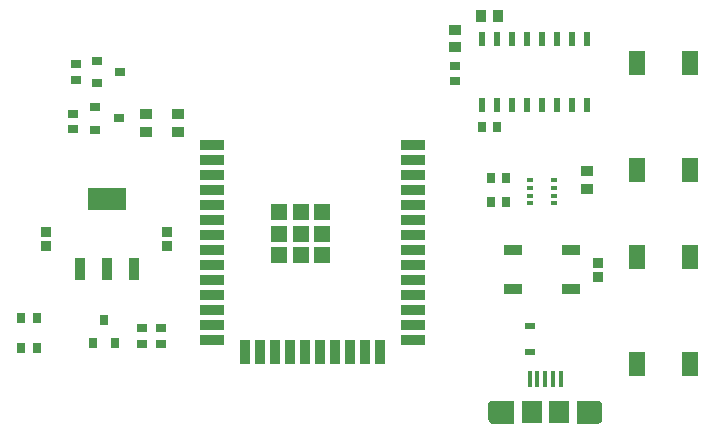
<source format=gbr>
%TF.GenerationSoftware,Altium Limited,Altium Designer,21.4.1 (30)*%
G04 Layer_Color=8421504*
%FSLAX25Y25*%
%MOIN*%
%TF.SameCoordinates,82249629-20A9-4E05-8B69-989CC10A5609*%
%TF.FilePolarity,Positive*%
%TF.FileFunction,Paste,Top*%
%TF.Part,Single*%
G01*
G75*
%TA.AperFunction,SMDPad,CuDef*%
%ADD10R,0.05512X0.08268*%
%TA.AperFunction,BGAPad,CuDef*%
%ADD11R,0.05236X0.05236*%
%TA.AperFunction,SMDPad,CuDef*%
%ADD12R,0.03543X0.07874*%
%ADD13R,0.07874X0.03543*%
%ADD14R,0.02362X0.04724*%
%ADD15R,0.02953X0.03347*%
%ADD16R,0.12598X0.07480*%
%ADD17R,0.03543X0.07480*%
%ADD18R,0.04134X0.03740*%
%TA.AperFunction,ConnectorPad*%
%ADD19R,0.07087X0.07480*%
%ADD20R,0.01575X0.05315*%
%TA.AperFunction,SMDPad,CuDef*%
%ADD21R,0.03197X0.03183*%
%ADD22R,0.05906X0.03543*%
%ADD23R,0.03268X0.02480*%
%ADD24R,0.01968X0.01378*%
%ADD25R,0.03347X0.02953*%
%ADD26R,0.03150X0.03543*%
%ADD27R,0.03543X0.03150*%
%ADD28R,0.03740X0.04134*%
G36*
X172998Y2646D02*
X165973D01*
X165249Y2945D01*
X164695Y3499D01*
X164396Y4223D01*
Y4614D01*
Y8945D01*
Y9180D01*
X164576Y9614D01*
X164908Y9946D01*
X165342Y10126D01*
X172998D01*
Y2646D01*
D02*
G37*
G36*
X202092Y9946D02*
X202425Y9614D01*
X202604Y9180D01*
Y8945D01*
Y4614D01*
Y4223D01*
X202305Y3499D01*
X201751Y2945D01*
X201027Y2646D01*
X194002D01*
Y10126D01*
X201658D01*
X202092Y9946D01*
D02*
G37*
D10*
X214142Y87087D02*
D03*
Y122913D02*
D03*
X231858Y87087D02*
D03*
Y122913D02*
D03*
X214142Y22472D02*
D03*
Y58299D02*
D03*
X231858Y22472D02*
D03*
Y58299D02*
D03*
D11*
X109252Y58748D02*
D03*
X102028D02*
D03*
X94803D02*
D03*
X109252Y65972D02*
D03*
X102028D02*
D03*
X94803D02*
D03*
X109252Y73197D02*
D03*
X102028D02*
D03*
X94803D02*
D03*
D12*
X128465Y26563D02*
D03*
X123465D02*
D03*
X118465D02*
D03*
X113465D02*
D03*
X108465D02*
D03*
X103465D02*
D03*
X98465D02*
D03*
X93465D02*
D03*
X88465D02*
D03*
X83465D02*
D03*
D13*
X139429Y95500D02*
D03*
Y90500D02*
D03*
Y85500D02*
D03*
Y80500D02*
D03*
Y75500D02*
D03*
Y70500D02*
D03*
Y65500D02*
D03*
Y60500D02*
D03*
Y55500D02*
D03*
Y50500D02*
D03*
Y45500D02*
D03*
Y40500D02*
D03*
Y35500D02*
D03*
Y30500D02*
D03*
X72500D02*
D03*
Y35500D02*
D03*
Y40500D02*
D03*
Y45500D02*
D03*
Y50500D02*
D03*
Y55500D02*
D03*
Y60500D02*
D03*
Y65500D02*
D03*
Y70500D02*
D03*
Y75500D02*
D03*
Y80500D02*
D03*
Y85500D02*
D03*
Y90500D02*
D03*
Y95500D02*
D03*
D14*
X162500Y130909D02*
D03*
X167500D02*
D03*
X172500D02*
D03*
X177500D02*
D03*
X182500D02*
D03*
X187500D02*
D03*
X192500D02*
D03*
X197500D02*
D03*
Y108862D02*
D03*
X192500D02*
D03*
X187500D02*
D03*
X182500D02*
D03*
X177500D02*
D03*
X172500D02*
D03*
X167500D02*
D03*
X162500D02*
D03*
D15*
X14059Y38000D02*
D03*
X8941D02*
D03*
Y28000D02*
D03*
X14059D02*
D03*
X170500Y76386D02*
D03*
X165382D02*
D03*
X165441Y84386D02*
D03*
X170559D02*
D03*
X167559Y101386D02*
D03*
X162441D02*
D03*
D16*
X37500Y77500D02*
D03*
D17*
X46555Y54272D02*
D03*
X37500D02*
D03*
X28445D02*
D03*
D18*
X153500Y128146D02*
D03*
Y133854D02*
D03*
X197500Y86740D02*
D03*
Y81031D02*
D03*
X61000Y100031D02*
D03*
Y105740D02*
D03*
X50500Y100031D02*
D03*
Y105740D02*
D03*
D19*
X188028Y6386D02*
D03*
X178972D02*
D03*
D20*
X178382Y17429D02*
D03*
X188618D02*
D03*
X180941D02*
D03*
X183500D02*
D03*
X186059D02*
D03*
D21*
X201000Y51516D02*
D03*
Y56255D02*
D03*
X57500Y66625D02*
D03*
Y61886D02*
D03*
X17000Y66625D02*
D03*
Y61886D02*
D03*
D22*
X172854Y47390D02*
D03*
Y60382D02*
D03*
X192146D02*
D03*
Y47390D02*
D03*
D23*
X178500Y26496D02*
D03*
Y35276D02*
D03*
D24*
X178465Y78606D02*
D03*
Y76047D02*
D03*
X186535D02*
D03*
Y78606D02*
D03*
Y81165D02*
D03*
Y83724D02*
D03*
X178465D02*
D03*
Y81165D02*
D03*
D25*
X49000Y29327D02*
D03*
Y34445D02*
D03*
X55500D02*
D03*
Y29327D02*
D03*
X26000Y100827D02*
D03*
Y105945D02*
D03*
X153500Y116827D02*
D03*
Y121945D02*
D03*
X27000Y122445D02*
D03*
Y117327D02*
D03*
D26*
X32760Y29449D02*
D03*
X40240D02*
D03*
X36500Y37323D02*
D03*
D27*
X33563Y108126D02*
D03*
Y100646D02*
D03*
X41437Y104386D02*
D03*
X34063Y123626D02*
D03*
Y116146D02*
D03*
X41937Y119886D02*
D03*
D28*
X167854Y138386D02*
D03*
X162146D02*
D03*
%TF.MD5,46aabb94cc72c58cb30fc9e38d197293*%
M02*

</source>
